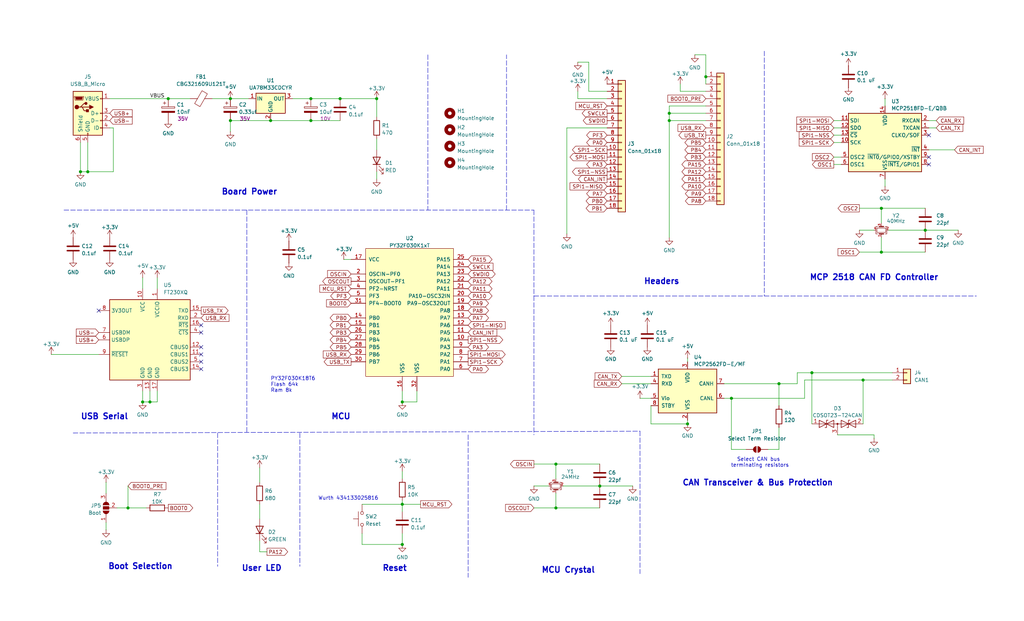
<source format=kicad_sch>
(kicad_sch (version 20231120) (generator "eeschema") (generator_version "8.0")
  (paper "USLegal")
  (title_block (title "py32_canbus_dev") (rev "A") (company "bit-builder.com"))
  (junction (at 107.95 41.91))
  (junction (at 93.98 41.91))
  (junction (at 208.28 168.91))
  (junction (at 130.81 34.29))
  (junction (at 270.51 133.35))
  (junction (at 321.31 80.01))
  (junction (at 139.7 175.26))
  (junction (at 30.48 59.69))
  (junction (at 232.41 39.37))
  (junction (at 193.04 176.53))
  (junction (at 232.41 41.91))
  (junction (at 254 138.43))
  (junction (at 27.94 59.69))
  (junction (at 281.94 129.54))
  (junction (at 245.11 26.67))
  (junction (at 306.07 87.63))
  (junction (at 52.07 139.7))
  (junction (at 44.45 176.53))
  (junction (at 306.07 72.39))
  (junction (at 299.72 132.08))
  (junction (at 107.95 34.29))
  (junction (at 80.01 34.29))
  (junction (at 193.04 161.29))
  (junction (at 49.53 139.7))
  (junction (at 58.42 34.29))
  (junction (at 238.76 147.32))
  (junction (at 80.01 41.91))
  (junction (at 139.7 139.7))
  (junction (at 118.11 34.29))
  (junction (at 139.7 189.23))
  (no_connect (at 69.85 120.65))
  (no_connect (at 69.85 125.73))
  (no_connect (at 322.58 54.61))
  (no_connect (at 69.85 115.57))
  (no_connect (at 69.85 123.19))
  (no_connect (at 69.85 113.03))
  (no_connect (at 69.85 128.27))
  (no_connect (at 322.58 57.15))
  (no_connect (at 322.58 46.99))
  (no_connect (at 34.29 107.95))
  (polyline (pts (xy 75.565 150.495) (xy 75.565 196.85)) (stroke (width 0) (type dash)))
  (wire (pts (xy 298.45 87.63) (xy 306.07 87.63)))
  (wire (pts (xy 93.98 41.91) (xy 107.95 41.91)))
  (wire (pts (xy 44.45 168.91) (xy 44.45 176.53)))
  (wire (pts (xy 241.3 19.05) (xy 245.11 19.05)))
  (wire (pts (xy 322.58 41.91) (xy 325.12 41.91)))
  (wire (pts (xy 17.78 123.19) (xy 34.29 123.19)))
  (wire (pts (xy 193.04 161.29) (xy 193.04 166.37)))
  (polyline (pts (xy 222.25 149.86) (xy 222.25 199.39)) (stroke (width 0) (type dash)))
  (wire (pts (xy 245.11 41.91) (xy 232.41 41.91)))
  (wire (pts (xy 322.58 52.07) (xy 331.47 52.07)))
  (wire (pts (xy 215.9 130.81) (xy 226.06 130.81)))
  (wire (pts (xy 307.34 34.29) (xy 307.34 36.83)))
  (wire (pts (xy 236.22 31.75) (xy 236.22 29.21)))
  (wire (pts (xy 289.56 57.15) (xy 292.1 57.15)))
  (wire (pts (xy 210.82 31.75) (xy 204.47 31.75)))
  (wire (pts (xy 289.56 54.61) (xy 292.1 54.61)))
  (wire (pts (xy 130.81 59.69) (xy 130.81 62.23)))
  (wire (pts (xy 49.53 135.89) (xy 49.53 139.7)))
  (wire (pts (xy 210.82 34.29) (xy 200.66 34.29)))
  (wire (pts (xy 38.1 34.29) (xy 58.42 34.29)))
  (wire (pts (xy 185.42 176.53) (xy 193.04 176.53)))
  (polyline (pts (xy 185.42 102.87) (xy 185.42 151.13)) (stroke (width 0) (type dash)))
  (polyline (pts (xy 25.4 150.495) (xy 222.25 149.86)) (stroke (width 0) (type dash)))
  (wire (pts (xy 73.66 34.29) (xy 80.01 34.29)))
  (wire (pts (xy 125.73 189.23) (xy 139.7 189.23)))
  (wire (pts (xy 139.7 163.83) (xy 139.7 166.37)))
  (wire (pts (xy 193.04 171.45) (xy 193.04 176.53)))
  (wire (pts (xy 245.11 36.83) (xy 232.41 36.83)))
  (wire (pts (xy 52.07 135.89) (xy 52.07 139.7)))
  (wire (pts (xy 107.95 34.29) (xy 118.11 34.29)))
  (wire (pts (xy 144.78 135.89) (xy 144.78 139.7)))
  (wire (pts (xy 289.56 44.45) (xy 292.1 44.45)))
  (wire (pts (xy 49.53 96.52) (xy 49.53 100.33)))
  (wire (pts (xy 144.78 139.7) (xy 139.7 139.7)))
  (wire (pts (xy 193.04 161.29) (xy 208.28 161.29)))
  (wire (pts (xy 289.56 46.99) (xy 292.1 46.99)))
  (wire (pts (xy 54.61 96.52) (xy 54.61 100.33)))
  (wire (pts (xy 208.28 168.91) (xy 219.71 168.91)))
  (wire (pts (xy 289.56 49.53) (xy 292.1 49.53)))
  (wire (pts (xy 245.11 31.75) (xy 236.22 31.75)))
  (wire (pts (xy 139.7 185.42) (xy 139.7 189.23)))
  (polyline (pts (xy 85.725 73.025) (xy 85.725 150.495)) (stroke (width 0) (type dash)))
  (wire (pts (xy 36.83 167.64) (xy 36.83 171.45)))
  (wire (pts (xy 254 156.21) (xy 254 138.43)))
  (wire (pts (xy 270.51 148.59) (xy 270.51 156.21)))
  (wire (pts (xy 54.61 139.7) (xy 52.07 139.7)))
  (wire (pts (xy 222.25 138.43) (xy 226.06 138.43)))
  (wire (pts (xy 101.6 34.29) (xy 107.95 34.29)))
  (wire (pts (xy 90.17 167.64) (xy 90.17 162.56)))
  (polyline (pts (xy 185.42 73.025) (xy 185.42 102.87)) (stroke (width 0) (type dash)))
  (wire (pts (xy 232.41 36.83) (xy 232.41 39.37)))
  (wire (pts (xy 40.64 176.53) (xy 44.45 176.53)))
  (wire (pts (xy 125.73 185.42) (xy 125.73 189.23)))
  (wire (pts (xy 308.61 80.01) (xy 321.31 80.01)))
  (wire (pts (xy 321.31 80.01) (xy 332.74 80.01)))
  (wire (pts (xy 309.88 132.08) (xy 299.72 132.08)))
  (wire (pts (xy 270.51 133.35) (xy 270.51 140.97)))
  (wire (pts (xy 238.76 124.46) (xy 238.76 125.73)))
  (wire (pts (xy 54.61 135.89) (xy 54.61 139.7)))
  (wire (pts (xy 306.07 72.39) (xy 306.07 77.47)))
  (wire (pts (xy 185.42 161.29) (xy 193.04 161.29)))
  (wire (pts (xy 36.83 181.61) (xy 36.83 184.15)))
  (polyline (pts (xy 175.895 73.025) (xy 175.895 19.05)) (stroke (width 0) (type dash)))
  (wire (pts (xy 185.42 168.91) (xy 190.5 168.91)))
  (wire (pts (xy 44.45 176.53) (xy 50.8 176.53)))
  (wire (pts (xy 139.7 135.89) (xy 139.7 139.7)))
  (wire (pts (xy 238.76 146.05) (xy 238.76 147.32)))
  (wire (pts (xy 38.1 44.45) (xy 39.37 44.45)))
  (wire (pts (xy 266.7 156.21) (xy 270.51 156.21)))
  (wire (pts (xy 200.66 31.75) (xy 200.66 34.29)))
  (wire (pts (xy 125.73 175.26) (xy 139.7 175.26)))
  (wire (pts (xy 39.37 44.45) (xy 39.37 59.69)))
  (wire (pts (xy 80.01 41.91) (xy 93.98 41.91)))
  (polyline (pts (xy 265.43 17.78) (xy 265.43 102.87)) (stroke (width 0) (type dash)))
  (wire (pts (xy 232.41 41.91) (xy 232.41 82.55)))
  (wire (pts (xy 30.48 59.69) (xy 27.94 59.69)))
  (wire (pts (xy 215.9 133.35) (xy 226.06 133.35)))
  (wire (pts (xy 245.11 19.05) (xy 245.11 26.67)))
  (wire (pts (xy 90.17 187.96) (xy 90.17 191.77)))
  (wire (pts (xy 259.08 156.21) (xy 254 156.21)))
  (wire (pts (xy 279.4 138.43) (xy 254 138.43)))
  (wire (pts (xy 204.47 21.59) (xy 200.66 21.59)))
  (wire (pts (xy 139.7 173.99) (xy 139.7 175.26)))
  (wire (pts (xy 279.4 132.08) (xy 279.4 138.43)))
  (wire (pts (xy 204.47 31.75) (xy 204.47 21.59)))
  (wire (pts (xy 193.04 176.53) (xy 208.28 176.53)))
  (wire (pts (xy 306.07 82.55) (xy 306.07 87.63)))
  (polyline (pts (xy 22.225 73.025) (xy 185.42 73.025)) (stroke (width 0) (type dash)))
  (wire (pts (xy 299.72 132.08) (xy 299.72 147.32)))
  (wire (pts (xy 90.17 191.77) (xy 92.71 191.77)))
  (wire (pts (xy 195.58 168.91) (xy 208.28 168.91)))
  (wire (pts (xy 210.82 44.45) (xy 196.85 44.45)))
  (wire (pts (xy 196.85 44.45) (xy 196.85 81.28)))
  (wire (pts (xy 119.38 90.17) (xy 121.92 90.17)))
  (polyline (pts (xy 148.59 19.05) (xy 148.59 73.025)) (stroke (width 0) (type dash)))
  (wire (pts (xy 299.72 132.08) (xy 279.4 132.08)))
  (wire (pts (xy 58.42 34.29) (xy 66.04 34.29)))
  (wire (pts (xy 226.06 140.97) (xy 226.06 147.32)))
  (wire (pts (xy 245.11 26.67) (xy 245.11 29.21)))
  (wire (pts (xy 80.01 34.29) (xy 86.36 34.29)))
  (wire (pts (xy 306.07 87.63) (xy 321.31 87.63)))
  (wire (pts (xy 30.48 59.69) (xy 39.37 59.69)))
  (wire (pts (xy 298.45 80.01) (xy 303.53 80.01)))
  (wire (pts (xy 281.94 129.54) (xy 281.94 147.32)))
  (wire (pts (xy 289.56 41.91) (xy 292.1 41.91)))
  (wire (pts (xy 52.07 139.7) (xy 49.53 139.7)))
  (wire (pts (xy 130.81 48.26) (xy 130.81 52.07)))
  (wire (pts (xy 303.53 151.13) (xy 303.53 152.4)))
  (wire (pts (xy 118.11 34.29) (xy 130.81 34.29)))
  (wire (pts (xy 107.95 41.91) (xy 118.11 41.91)))
  (wire (pts (xy 226.06 147.32) (xy 238.76 147.32)))
  (wire (pts (xy 270.51 133.35) (xy 251.46 133.35)))
  (wire (pts (xy 90.17 175.26) (xy 90.17 180.34)))
  (wire (pts (xy 232.41 39.37) (xy 232.41 41.91)))
  (wire (pts (xy 281.94 129.54) (xy 276.86 129.54)))
  (wire (pts (xy 290.83 151.13) (xy 303.53 151.13)))
  (polyline (pts (xy 162.56 151.13) (xy 162.56 200.66)) (stroke (width 0) (type dash)))
  (wire (pts (xy 130.81 34.29) (xy 130.81 40.64)))
  (wire (pts (xy 306.07 72.39) (xy 321.31 72.39)))
  (wire (pts (xy 307.34 62.23) (xy 307.34 64.77)))
  (wire (pts (xy 309.88 129.54) (xy 281.94 129.54)))
  (wire (pts (xy 298.45 72.39) (xy 306.07 72.39)))
  (wire (pts (xy 245.11 39.37) (xy 232.41 39.37)))
  (wire (pts (xy 139.7 175.26) (xy 146.05 175.26)))
  (wire (pts (xy 30.48 49.53) (xy 30.48 59.69)))
  (wire (pts (xy 322.58 44.45) (xy 325.12 44.45)))
  (wire (pts (xy 276.86 129.54) (xy 276.86 133.35)))
  (polyline (pts (xy 104.14 150.495) (xy 104.14 196.85)) (stroke (width 0) (type dash)))
  (wire (pts (xy 139.7 175.26) (xy 139.7 177.8)))
  (polyline (pts (xy 185.42 102.87) (xy 339.09 102.87)) (stroke (width 0) (type dash)))
  (wire (pts (xy 276.86 133.35) (xy 270.51 133.35)))
  (wire (pts (xy 27.94 59.69) (xy 27.94 49.53)))
  (wire (pts (xy 80.01 45.72) (xy 80.01 41.91)))
  (wire (pts (xy 254 138.43) (xy 251.46 138.43)))
  (text "Select CAN bus \nterminating resistors" (at 263.906 160.782 0) (effects (font (size 1.27 1.27))))
  (text "Headers" (at 223.52 99.06 0) (effects (font (size 2 2) (thickness 0.4) (bold yes)) (justify left bottom)))
  (text "Boot Selection" (at 37.465 198.12 0) (effects (font (size 2 2) (thickness 0.4) (bold yes)) (justify left bottom)))
  (text "MCU Crystal" (at 187.96 199.39 0) (effects (font (size 2 2) (thickness 0.4) (bold yes)) (justify left bottom)))
  (text "Reset" (at 132.715 198.755 0) (effects (font (size 2 2) (thickness 0.4) (bold yes)) (justify left bottom)))
  (text "MCP 2518 CAN FD Controller" (at 303.53 96.52 0) (effects (font (size 2 2) (bold yes))))
  (text "MCU" (at 114.935 146.05 0) (effects (font (size 2 2) (thickness 0.4) (bold yes)) (justify left bottom)))
  (text "USB Serial" (at 27.94 146.05 0) (effects (font (size 2 2) (thickness 0.4) (bold yes)) (justify left bottom)))
  (text "Wurth 434133025816" (at 110.49 173.99 0) (effects (font (size 1.27 1.27)) (justify left bottom)))
  (text "CAN Transceiver & Bus Protection" (at 263.144 167.894 0) (effects (font (size 2 2) (bold yes))))
  (text "PY32F030K18T6\nFlash 64k\nRam 8k" (at 93.98 136.525 0) (effects (font (size 1.27 1.27)) (justify left bottom)))
  (text "Board Power" (at 76.835 67.945 0) (effects (font (size 2 2) (thickness 0.4) (bold yes)) (justify left bottom)))
  (text "User LED" (at 83.82 198.755 0) (effects (font (size 2 2) (thickness 0.4) (bold yes)) (justify left bottom)))
  (label "VBUS" (at 52.07 34.29 0))
  (global_label "PA15" (shape bidirectional) (at 245.11 57.15 180) (property "Intersheetrefs" "${INTERSHEET_REFS}" (effects (hide yes))))
  (global_label "PA10" (shape bidirectional) (at 245.11 64.77 180) (property "Intersheetrefs" "${INTERSHEET_REFS}" (effects (hide yes))))
  (global_label "SPI1-MISO" (shape input) (at 162.56 113.03 0) (property "Intersheetrefs" "${INTERSHEET_REFS}" (effects (hide yes))))
  (global_label "OSC1" (shape input) (at 298.45 87.63 180) (property "Intersheetrefs" "${INTERSHEET_REFS}" (effects (hide yes))))
  (global_label "USB_RX" (shape input) (at 121.92 123.19 180) (property "Intersheetrefs" "${INTERSHEET_REFS}" (effects (hide yes))))
  (global_label "OSCOUT" (shape output) (at 121.92 97.79 180) (property "Intersheetrefs" "${INTERSHEET_REFS}" (effects (hide yes))))
  (global_label "SPI1-SCK" (shape output) (at 210.82 52.07 180) (property "Intersheetrefs" "${INTERSHEET_REFS}" (effects (hide yes))))
  (global_label "PA9" (shape bidirectional) (at 162.56 105.41 0) (property "Intersheetrefs" "${INTERSHEET_REFS}" (effects (hide yes))))
  (global_label "CAN_INT" (shape input) (at 162.56 115.57 0) (property "Intersheetrefs" "${INTERSHEET_REFS}" (effects (hide yes))))
  (global_label "PA3" (shape bidirectional) (at 162.56 120.65 0) (property "Intersheetrefs" "${INTERSHEET_REFS}" (effects (hide yes))))
  (global_label "USB_TX" (shape output) (at 69.85 107.95 0) (property "Intersheetrefs" "${INTERSHEET_REFS}" (effects (hide yes))))
  (global_label "SPI1-NSS" (shape output) (at 162.56 118.11 0) (property "Intersheetrefs" "${INTERSHEET_REFS}" (effects (hide yes))))
  (global_label "MCU_RST" (shape input) (at 121.92 100.33 180) (property "Intersheetrefs" "${INTERSHEET_REFS}" (effects (hide yes))))
  (global_label "OSC2" (shape output) (at 298.45 72.39 180) (property "Intersheetrefs" "${INTERSHEET_REFS}" (effects (hide yes))))
  (global_label "PA12" (shape output) (at 92.71 191.77 0) (property "Intersheetrefs" "${INTERSHEET_REFS}" (effects (hide yes))))
  (global_label "PA3" (shape bidirectional) (at 210.82 57.15 180) (property "Intersheetrefs" "${INTERSHEET_REFS}" (effects (hide yes))))
  (global_label "USB_RX" (shape input) (at 69.85 110.49 0) (property "Intersheetrefs" "${INTERSHEET_REFS}" (effects (hide yes))))
  (global_label "CAN_RX" (shape input) (at 215.9 133.35 180) (property "Intersheetrefs" "${INTERSHEET_REFS}" (effects (hide yes))))
  (global_label "SPI1-MOSI" (shape output) (at 210.82 54.61 180) (property "Intersheetrefs" "${INTERSHEET_REFS}" (effects (hide yes))))
  (global_label "SPI1-MOSI" (shape output) (at 162.56 123.19 0) (property "Intersheetrefs" "${INTERSHEET_REFS}" (effects (hide yes))))
  (global_label "USB+" (shape input) (at 34.29 118.11 180) (property "Intersheetrefs" "${INTERSHEET_REFS}" (effects (hide yes))))
  (global_label "OSC2" (shape input) (at 289.56 54.61 180) (property "Intersheetrefs" "${INTERSHEET_REFS}" (effects (hide yes))))
  (global_label "PA0" (shape bidirectional) (at 210.82 49.53 180) (property "Intersheetrefs" "${INTERSHEET_REFS}" (effects (hide yes))))
  (global_label "SPI1-NSS" (shape output) (at 210.82 59.69 180) (property "Intersheetrefs" "${INTERSHEET_REFS}" (effects (hide yes))))
  (global_label "USB_TX" (shape output) (at 121.92 125.73 180) (property "Intersheetrefs" "${INTERSHEET_REFS}" (effects (hide yes))))
  (global_label "PA10" (shape bidirectional) (at 162.56 102.87 0) (property "Intersheetrefs" "${INTERSHEET_REFS}" (effects (hide yes))))
  (global_label "SPI1-SCK" (shape input) (at 289.56 49.53 180) (property "Intersheetrefs" "${INTERSHEET_REFS}" (effects (hide yes))))
  (global_label "CAN_INT" (shape input) (at 331.47 52.07 0) (property "Intersheetrefs" "${INTERSHEET_REFS}" (effects (hide yes))))
  (global_label "PB4" (shape bidirectional) (at 121.92 118.11 180) (property "Intersheetrefs" "${INTERSHEET_REFS}" (effects (hide yes))))
  (global_label "PA0" (shape bidirectional) (at 162.56 128.27 0) (property "Intersheetrefs" "${INTERSHEET_REFS}" (effects (hide yes))))
  (global_label "BOOT0" (shape input) (at 121.92 105.41 180) (property "Intersheetrefs" "${INTERSHEET_REFS}" (effects (hide yes))))
  (global_label "BOOT0_PRE" (shape input) (at 245.11 34.29 180) (property "Intersheetrefs" "${INTERSHEET_REFS}" (effects (hide yes))))
  (global_label "PB1" (shape bidirectional) (at 210.82 72.39 180) (property "Intersheetrefs" "${INTERSHEET_REFS}" (effects (hide yes))))
  (global_label "CAN_RX" (shape input) (at 325.12 41.91 0) (property "Intersheetrefs" "${INTERSHEET_REFS}" (effects (hide yes))))
  (global_label "PB0" (shape bidirectional) (at 121.92 110.49 180) (property "Intersheetrefs" "${INTERSHEET_REFS}" (effects (hide yes))))
  (global_label "PF3" (shape bidirectional) (at 121.92 102.87 180) (property "Intersheetrefs" "${INTERSHEET_REFS}" (effects (hide yes))))
  (global_label "PB3" (shape bidirectional) (at 121.92 115.57 180) (property "Intersheetrefs" "${INTERSHEET_REFS}" (effects (hide yes))))
  (global_label "OSCOUT" (shape input) (at 185.42 176.53 180) (property "Intersheetrefs" "${INTERSHEET_REFS}" (effects (hide yes))))
  (global_label "PA9" (shape bidirectional) (at 245.11 67.31 180) (property "Intersheetrefs" "${INTERSHEET_REFS}" (effects (hide yes))))
  (global_label "SPI1-NSS" (shape input) (at 289.56 46.99 180) (property "Intersheetrefs" "${INTERSHEET_REFS}" (effects (hide yes))))
  (global_label "PA12" (shape bidirectional) (at 162.56 97.79 0) (property "Intersheetrefs" "${INTERSHEET_REFS}" (effects (hide yes))))
  (global_label "PB4" (shape bidirectional) (at 245.11 52.07 180) (property "Intersheetrefs" "${INTERSHEET_REFS}" (effects (hide yes))))
  (global_label "PA8" (shape bidirectional) (at 245.11 69.85 180) (property "Intersheetrefs" "${INTERSHEET_REFS}" (effects (hide yes))))
  (global_label "PB3" (shape bidirectional) (at 245.11 54.61 180) (property "Intersheetrefs" "${INTERSHEET_REFS}" (effects (hide yes))))
  (global_label "PA11" (shape bidirectional) (at 162.56 100.33 0) (property "Intersheetrefs" "${INTERSHEET_REFS}" (effects (hide yes))))
  (global_label "SWCLK" (shape output) (at 210.82 39.37 180) (property "Intersheetrefs" "${INTERSHEET_REFS}" (effects (hide yes))))
  (global_label "CAN_TX" (shape input) (at 215.9 130.81 180) (property "Intersheetrefs" "${INTERSHEET_REFS}" (effects (hide yes))))
  (global_label "USB+" (shape input) (at 38.1 39.37 0) (property "Intersheetrefs" "${INTERSHEET_REFS}" (effects (hide yes))))
  (global_label "USB_RX" (shape input) (at 245.11 44.45 180) (property "Intersheetrefs" "${INTERSHEET_REFS}" (effects (hide yes))))
  (global_label "PA8" (shape bidirectional) (at 162.56 107.95 0) (property "Intersheetrefs" "${INTERSHEET_REFS}" (effects (hide yes))))
  (global_label "SWCLK" (shape input) (at 162.56 92.71 0) (property "Intersheetrefs" "${INTERSHEET_REFS}" (effects (hide yes))))
  (global_label "OSC1" (shape output) (at 289.56 57.15 180) (property "Intersheetrefs" "${INTERSHEET_REFS}" (effects (hide yes))))
  (global_label "SWDIO" (shape bidirectional) (at 162.56 95.25 0) (property "Intersheetrefs" "${INTERSHEET_REFS}" (effects (hide yes))))
  (global_label "SPI1-MISO" (shape input) (at 210.82 64.77 180) (property "Intersheetrefs" "${INTERSHEET_REFS}" (effects (hide yes))))
  (global_label "PB1" (shape bidirectional) (at 121.92 113.03 180) (property "Intersheetrefs" "${INTERSHEET_REFS}" (effects (hide yes))))
  (global_label "SPI1-MISO" (shape input) (at 289.56 44.45 180) (property "Intersheetrefs" "${INTERSHEET_REFS}" (effects (hide yes))))
  (global_label "USB-" (shape input) (at 34.29 115.57 180) (property "Intersheetrefs" "${INTERSHEET_REFS}" (effects (hide yes))))
  (global_label "MCU_RST" (shape output) (at 146.05 175.26 0) (property "Intersheetrefs" "${INTERSHEET_REFS}" (effects (hide yes))))
  (global_label "PA7" (shape bidirectional) (at 162.56 110.49 0) (property "Intersheetrefs" "${INTERSHEET_REFS}" (effects (hide yes))))
  (global_label "PF3" (shape bidirectional) (at 210.82 46.99 180) (property "Intersheetrefs" "${INTERSHEET_REFS}" (effects (hide yes))))
  (global_label "USB_TX" (shape output) (at 245.11 46.99 180) (property "Intersheetrefs" "${INTERSHEET_REFS}" (effects (hide yes))))
  (global_label "PA7" (shape bidirectional) (at 210.82 67.31 180) (property "Intersheetrefs" "${INTERSHEET_REFS}" (effects (hide yes))))
  (global_label "SPI1-SCK" (shape output) (at 162.56 125.73 0) (property "Intersheetrefs" "${INTERSHEET_REFS}" (effects (hide yes))))
  (global_label "SPI1-MOSI" (shape input) (at 289.56 41.91 180) (property "Intersheetrefs" "${INTERSHEET_REFS}" (effects (hide yes))))
  (global_label "PB5" (shape bidirectional) (at 245.11 49.53 180) (property "Intersheetrefs" "${INTERSHEET_REFS}" (effects (hide yes))))
  (global_label "PB0" (shape bidirectional) (at 210.82 69.85 180) (property "Intersheetrefs" "${INTERSHEET_REFS}" (effects (hide yes))))
  (global_label "BOOT0" (shape output) (at 58.42 176.53 0) (property "Intersheetrefs" "${INTERSHEET_REFS}" (effects (hide yes))))
  (global_label "CAN_TX" (shape input) (at 325.12 44.45 0) (property "Intersheetrefs" "${INTERSHEET_REFS}" (effects (hide yes))))
  (global_label "BOOT0_PRE" (shape input) (at 44.45 168.91 0) (property "Intersheetrefs" "${INTERSHEET_REFS}" (effects (hide yes))))
  (global_label "SWDIO" (shape output) (at 210.82 41.91 180) (property "Intersheetrefs" "${INTERSHEET_REFS}" (effects (hide yes))))
  (global_label "USB-" (shape input) (at 38.1 41.91 0) (property "Intersheetrefs" "${INTERSHEET_REFS}" (effects (hide yes))))
  (global_label "PA12" (shape bidirectional) (at 245.11 59.69 180) (property "Intersheetrefs" "${INTERSHEET_REFS}" (effects (hide yes))))
  (global_label "PA11" (shape bidirectional) (at 245.11 62.23 180) (property "Intersheetrefs" "${INTERSHEET_REFS}" (effects (hide yes))))
  (global_label "CAN_INT" (shape output) (at 210.82 62.23 180) (property "Intersheetrefs" "${INTERSHEET_REFS}" (effects (hide yes))))
  (global_label "OSCIN" (shape input) (at 121.92 95.25 180) (property "Intersheetrefs" "${INTERSHEET_REFS}" (effects (hide yes))))
  (global_label "OSCIN" (shape output) (at 185.42 161.29 180) (property "Intersheetrefs" "${INTERSHEET_REFS}" (effects (hide yes))))
  (global_label "MCU_RST" (shape input) (at 210.82 36.83 180) (property "Intersheetrefs" "${INTERSHEET_REFS}" (effects (hide yes))))
  (global_label "PB5" (shape bidirectional) (at 121.92 120.65 180) (property "Intersheetrefs" "${INTERSHEET_REFS}" (effects (hide yes))))
  (global_label "PA15" (shape bidirectional) (at 162.56 90.17 0) (property "Intersheetrefs" "${INTERSHEET_REFS}" (effects (hide yes))))
  (symbol (lib_id "Device:R") (at 139.7 170.18 0) (unit 1)
    (property "Reference" "R5" (at 141.478 169.3453 0) (effects (justify left)))
    (property "Value" "10K" (at 141.478 171.8822 0) (effects (justify left)))
    (property "Footprint" "Resistor_SMD:R_0603_1608Metric" (effects (hide yes)))
    (property "Description" "Resistor" (effects (hide yes)))
  )
  (symbol (lib_id "power:+3.3V") (at 36.83 167.64 0) (unit 1)
    (property "Reference" "#PWR0107" (effects (hide yes)))
    (property "Value" "+3.3V" (at 36.83 164.0642 0))
    (property "Description" "Power symbol creates a global label with name \"+3.3V\"" (effects (hide yes)))
  )
  (symbol (lib_id "Device:Crystal_GND24_Small") (at 306.07 80.01 90) (unit 1)
    (property "Reference" "Y2" (at 312.42 74.93 90) (effects (justify left)))
    (property "Value" "40MHz" (at 314.325 76.835 90) (effects (justify left)))
    (property "Footprint" "Crystal:Crystal_SMD_TXC_7M-4Pin_3.2x2.5mm" (effects (hide yes)))
    (property "Description" "Four pin crystal, GND on pins 2 and 4, small symbol" (effects (hide yes)))
  )
  (symbol (lib_id "power:GND") (at 49.53 139.7 0) (unit 1)
    (property "Reference" "#PWR011" (effects (hide yes)))
    (property "Value" "GND" (at 49.53 144.1434 0))
    (property "Description" "Power symbol creates a global label with name \"GND\" , ground" (effects (hide yes)))
  )
  (symbol (lib_id "power:+3.3V") (at 54.61 96.52 0) (unit 1)
    (property "Reference" "#PWR010" (effects (hide yes)))
    (property "Value" "+3.3V" (at 54.61 92.9442 0))
    (property "Description" "Power symbol creates a global label with name \"+3.3V\"" (effects (hide yes)))
  )
  (symbol (lib_id "power:GND") (at 130.81 62.23 0) (unit 1)
    (property "Reference" "#PWR0109" (effects (hide yes)))
    (property "Value" "GND" (at 130.81 66.6734 0))
    (property "Description" "Power symbol creates a global label with name \"GND\" , ground" (effects (hide yes)))
  )
  (symbol (lib_id "power:GND") (at 224.79 120.65 0) (unit 1)
    (property "Reference" "#PWR015" (effects (hide yes)))
    (property "Value" "GND" (at 224.79 124.7831 0))
    (property "Description" "Power symbol creates a global label with name \"GND\" , ground" (effects (hide yes)))
  )
  (symbol (lib_id "Device:R") (at 270.51 144.78 0) (unit 1)
    (property "Reference" "R4" (at 272.288 143.5678 0) (effects (justify left)))
    (property "Value" "120" (at 272.288 145.9921 0) (effects (justify left)))
    (property "Footprint" "Resistor_SMD:R_1206_3216Metric" (effects (hide yes)))
    (property "Description" "Resistor" (effects (hide yes)))
  )
  (symbol (lib_id "Device:FerriteBead") (at 69.85 34.29 90) (unit 1)
    (property "Reference" "FB1" (at 69.7992 26.67 90))
    (property "Value" "CBG321609U121T" (at 69.7992 29.21 90))
    (property "Footprint" "Inductor_SMD:L_1206_3216Metric" (effects (hide yes)))
    (property "Description" "Ferrite bead" (effects (hide yes)))
  )
  (symbol (lib_id "power:GND") (at 212.09 120.65 0) (unit 1)
    (property "Reference" "#PWR09" (effects (hide yes)))
    (property "Value" "GND" (at 212.09 124.7831 0))
    (property "Description" "Power symbol creates a global label with name \"GND\" , ground" (effects (hide yes)))
  )
  (symbol (lib_id "power:GND") (at 139.7 139.7 0) (unit 1)
    (property "Reference" "#PWR0110" (effects (hide yes)))
    (property "Value" "GND" (at 139.7 144.1434 0))
    (property "Description" "Power symbol creates a global label with name \"GND\" , ground" (effects (hide yes)))
  )
  (symbol (lib_id "Device:C") (at 139.7 181.61 0) (unit 1)
    (property "Reference" "C11" (at 142.621 180.7753 0) (effects (justify left)))
    (property "Value" "0.1uf" (at 142.621 183.3122 0) (effects (justify left)))
    (property "Footprint" "Capacitor_SMD:C_0603_1608Metric" (effects (hide yes)))
    (property "Description" "Unpolarized capacitor" (effects (hide yes)))
  )
  (symbol (lib_id "power:GND") (at 196.85 81.28 0) (unit 1)
    (property "Reference" "#PWR0113" (effects (hide yes)))
    (property "Value" "GND" (at 196.85 85.7234 0))
    (property "Description" "Power symbol creates a global label with name \"GND\" , ground" (effects (hide yes)))
  )
  (symbol (lib_id "power:+5V") (at 25.4 82.55 0) (unit 1)
    (property "Reference" "#PWR06" (effects (hide yes)))
    (property "Value" "+5V" (at 25.4 78.4169 0))
    (property "Description" "Power symbol creates a global label with name \"+5V\"" (effects (hide yes)))
  )
  (symbol (lib_id "Device:C") (at 118.11 38.1 0) (unit 1)
    (property "Reference" "C4" (at 121.031 37.2653 0) (effects (justify left)))
    (property "Value" "0.1uf" (at 121.031 39.8022 0) (effects (justify left)))
    (property "Footprint" "Capacitor_SMD:C_0603_1608Metric" (effects (hide yes)))
    (property "Description" "Unpolarized capacitor" (effects (hide yes)))
  )
  (symbol (lib_id "power:GND") (at 298.45 80.01 0) (unit 1)
    (property "Reference" "#PWR024" (effects (hide yes)))
    (property "Value" "GND" (at 298.45 84.4534 0))
    (property "Description" "Power symbol creates a global label with name \"GND\" , ground" (effects (hide yes)))
  )
  (symbol (lib_id "Device:C_Polarized") (at 58.42 38.1 0) (unit 1)
    (property "Reference" "C1" (at 61.341 36.3763 0) (effects (justify left)))
    (property "Value" "10nF" (at 61.341 38.9132 0) (effects (justify left)))
    (property "Footprint" "Capacitor_Tantalum_SMD:CP_EIA-3216-18_Kemet-A_Pad1.58x1.35mm_HandSolder" (effects (hide yes)))
    (property "Description" "Polarized capacitor" (effects (hide yes)))
    (property "Voltage" "35V" (at 61.595 41.275 0) (effects (justify left)))
  )
  (symbol (lib_id "power:+3.3V") (at 200.66 31.75 0) (unit 1)
    (property "Reference" "#PWR0127" (effects (hide yes)))
    (property "Value" "+3.3V" (at 200.66 28.1742 0))
    (property "Description" "Power symbol creates a global label with name \"+3.3V\"" (effects (hide yes)))
  )
  (symbol (lib_id "power:GND") (at 232.41 82.55 0) (unit 1)
    (property "Reference" "#PWR0114" (effects (hide yes)))
    (property "Value" "GND" (at 232.41 86.9934 0))
    (property "Description" "Power symbol creates a global label with name \"GND\" , ground" (effects (hide yes)))
  )
  (symbol (lib_id "Mechanical:MountingHole") (at 156.21 39.37 0) (unit 1)
    (property "Reference" "H1" (at 158.75 38.5353 0) (effects (justify left)))
    (property "Value" "MountingHole" (at 158.75 41.0722 0) (effects (justify left)))
    (property "Footprint" "MountingHole:MountingHole_2.5mm_Pad" (effects (hide yes)))
    (property "Description" "Mounting Hole without connection" (effects (hide yes)))
  )
  (symbol (lib_id "Mechanical:MountingHole") (at 156.21 56.515 0) (unit 1)
    (property "Reference" "H4" (at 158.75 55.6803 0) (effects (justify left)))
    (property "Value" "MountingHole" (at 158.75 58.2172 0) (effects (justify left)))
    (property "Footprint" "MountingHole:MountingHole_2.5mm_Pad" (effects (hide yes)))
    (property "Description" "Mounting Hole without connection" (effects (hide yes)))
  )
  (symbol (lib_id "power:+3.3V") (at 130.81 34.29 0) (unit 1)
    (property "Reference" "#PWR0111" (effects (hide yes)))
    (property "Value" "+3.3V" (at 130.81 30.7142 0))
    (property "Description" "Power symbol creates a global label with name \"+3.3V\"" (effects (hide yes)))
  )
  (symbol (lib_id "power:+3.3V") (at 90.17 162.56 0) (unit 1)
    (property "Reference" "#PWR0104" (effects (hide yes)))
    (property "Value" "+3.3V" (at 90.17 158.9842 0))
    (property "Description" "Power symbol creates a global label with name \"+3.3V\"" (effects (hide yes)))
  )
  (symbol (lib_id "Device:C") (at 25.4 86.36 0) (unit 1)
    (property "Reference" "C12" (at 28.321 85.5253 0) (effects (justify left)))
    (property "Value" "0.1uf" (at 28.321 88.0622 0) (effects (justify left)))
    (property "Footprint" "Capacitor_SMD:C_0603_1608Metric" (effects (hide yes)))
    (property "Description" "Unpolarized capacitor" (effects (hide yes)))
  )
  (symbol (lib_id "power:GND") (at 58.42 41.91 0) (unit 1)
    (property "Reference" "#PWR0120" (effects (hide yes)))
    (property "Value" "GND" (at 58.42 46.3534 0))
    (property "Description" "Power symbol creates a global label with name \"GND\" , ground" (effects (hide yes)))
  )
  (symbol (lib_id "Diode:SM712_SOT23") (at 290.83 147.32 0) (unit 1)
    (property "Reference" "D3" (at 290.83 141.9309 0))
    (property "Value" "CDSOT23-T24CAN" (at 290.83 144.3552 0))
    (property "Footprint" "Package_TO_SOT_SMD:SOT-23" (effects (hide yes)))
    (property "Datasheet" "https://www.littelfuse.com/~/media/electronics/datasheets/tvs_diode_arrays/littelfuse_tvs_diode_array_sm712_datasheet.pdf.pdf" (effects (hide yes)))
    (property "Description" "7V/12V, 600W Asymmetrical TVS Diode Array, SOT-23" (effects (hide yes)))
  )
  (symbol (lib_id "Device:R") (at 130.81 44.45 0) (unit 1)
    (property "Reference" "R1" (at 132.588 43.6153 0) (effects (justify left)))
    (property "Value" "470" (at 132.588 46.1522 0) (effects (justify left)))
    (property "Footprint" "Resistor_SMD:R_0603_1608Metric" (effects (hide yes)))
    (property "Description" "Resistor" (effects (hide yes)))
  )
  (symbol (lib_id "power:+3.3V") (at 294.64 22.86 0) (unit 1)
    (property "Reference" "#PWR02" (effects (hide yes)))
    (property "Value" "+3.3V" (at 294.64 18.7269 0))
    (property "Description" "Power symbol creates a global label with name \"+3.3V\"" (effects (hide yes)))
  )
  (symbol (lib_id "power:GND") (at 241.3 19.05 0) (unit 1)
    (property "Reference" "#PWR0126" (effects (hide yes)))
    (property "Value" "GND" (at 241.3 23.4934 0))
    (property "Description" "Power symbol creates a global label with name \"GND\" , ground" (effects (hide yes)))
  )
  (symbol (lib_id "power:GND") (at 38.1 90.17 0) (unit 1)
    (property "Reference" "#PWR021" (effects (hide yes)))
    (property "Value" "GND" (at 38.1 94.6134 0))
    (property "Description" "Power symbol creates a global label with name \"GND\" , ground" (effects (hide yes)))
  )
  (symbol (lib_id "power:+3.3V") (at 38.1 82.55 0) (unit 1)
    (property "Reference" "#PWR019" (effects (hide yes)))
    (property "Value" "+3.3V" (at 38.1 78.9742 0))
    (property "Description" "Power symbol creates a global label with name \"+3.3V\"" (effects (hide yes)))
  )
  (symbol (lib_id "power:+3.3V") (at 222.25 138.43 0) (unit 1)
    (property "Reference" "#PWR012" (effects (hide yes)))
    (property "Value" "+3.3V" (at 222.25 134.2969 0))
    (property "Description" "Power symbol creates a global label with name \"+3.3V\"" (effects (hide yes)))
  )
  (symbol (lib_id "power:+5V") (at 210.82 29.21 0) (unit 1)
    (property "Reference" "#PWR026" (effects (hide yes)))
    (property "Value" "+5V" (at 210.82 25.0769 0))
    (property "Description" "Power symbol creates a global label with name \"+5V\"" (effects (hide yes)))
  )
  (symbol (lib_id "Device:R") (at 90.17 171.45 0) (unit 1)
    (property "Reference" "R6" (at 91.948 170.6153 0) (effects (justify left)))
    (property "Value" "680" (at 91.948 173.1522 0) (effects (justify left)))
    (property "Footprint" "Resistor_SMD:R_0603_1608Metric" (effects (hide yes)))
    (property "Description" "Resistor" (effects (hide yes)))
  )
  (symbol (lib_id "MCU_Puya:PY32F030K1xT") (at 142.24 85.09 0) (unit 1)
    (property "Reference" "U2" (at 142.24 82.7872 0))
    (property "Value" "PY32F030K1xT" (at 142.24 85.3241 0))
    (property "Footprint" "Package_QFP:LQFP-32_7x7mm_P0.8mm" (effects (hide yes)))
    (property "Description" "32-bit ARM Cortex-M0+ microcontroller" (effects (hide yes)))
  )
  (symbol (lib_id "power:+3.3V") (at 236.22 29.21 0) (unit 1)
    (property "Reference" "#PWR0124" (effects (hide yes)))
    (property "Value" "+3.3V" (at 236.22 25.6342 0))
    (property "Description" "Power symbol creates a global label with name \"+3.3V\"" (effects (hide yes)))
  )
  (symbol (lib_id "Device:C") (at 100.33 87.63 0) (unit 1)
    (property "Reference" "C5" (at 103.251 86.7953 0) (effects (justify left)))
    (property "Value" "0.1uf" (at 103.251 89.3322 0) (effects (justify left)))
    (property "Footprint" "Capacitor_SMD:C_0603_1608Metric" (effects (hide yes)))
    (property "Description" "Unpolarized capacitor" (effects (hide yes)))
  )
  (symbol (lib_id "power:GND") (at 303.53 152.4 0) (unit 1)
    (property "Reference" "#PWR020" (effects (hide yes)))
    (property "Value" "GND" (at 303.53 156.5331 0))
    (property "Description" "Power symbol creates a global label with name \"GND\" , ground" (effects (hide yes)))
  )
  (symbol (lib_id "power:GND") (at 100.33 91.44 0) (unit 1)
    (property "Reference" "#PWR0119" (effects (hide yes)))
    (property "Value" "GND" (at 100.33 95.8834 0))
    (property "Description" "Power symbol creates a global label with name \"GND\" , ground" (effects (hide yes)))
  )
  (symbol (lib_id "Device:C") (at 321.31 76.2 0) (unit 1)
    (property "Reference" "C8" (at 325.12 74.9299 0) (effects (justify left)))
    (property "Value" "22pf" (at 325.12 77.4699 0) (effects (justify left)))
    (property "Footprint" "Capacitor_SMD:C_0603_1608Metric" (effects (hide yes)))
    (property "Description" "Unpolarized capacitor" (effects (hide yes)))
  )
  (symbol (lib_id "Interface_CAN_LIN:MCP2562-E-SN") (at 238.76 135.89 0) (unit 1)
    (property "Reference" "U4" (at 240.9541 124.1255 0) (effects (justify left)))
    (property "Value" "MCP2562FD-E/MF" (at 240.9541 126.5498 0) (effects (justify left)))
    (property "Footprint" "Custom:MICROCHIP-DFN-3x3x0.9mm-8P" (effects (hide yes)))
    (property "Datasheet" "http://ww1.microchip.com/downloads/en/DeviceDoc/25167A.pdf" (effects (hide yes)))
    (property "Description" "High-Speed CAN Transceiver, 1Mbps, 5V supply, Vio pin, -40C to +125C, SOIC-8" (effects (hide yes)))
  )
  (symbol (lib_id "power:GND") (at 36.83 184.15 0) (unit 1)
    (property "Reference" "#PWR0106" (effects (hide yes)))
    (property "Value" "GND" (at 36.83 188.5934 0))
    (property "Description" "Power symbol creates a global label with name \"GND\" , ground" (effects (hide yes)))
  )
  (symbol (lib_id "power:+3.3V") (at 119.38 90.17 0) (unit 1)
    (property "Reference" "#PWR0117" (effects (hide yes)))
    (property "Value" "+3.3V" (at 119.38 86.5942 0))
    (property "Description" "Power symbol creates a global label with name \"+3.3V\"" (effects (hide yes)))
  )
  (symbol (lib_id "Connector_Generic:Conn_01x18") (at 250.19 46.99 0) (unit 1)
    (property "Reference" "J2" (at 252.222 47.4253 0) (effects (justify left)))
    (property "Value" "Conn_01x18" (at 252.222 49.9622 0) (effects (justify left)))
    (property "Footprint" "Connector_PinHeader_2.54mm:PinHeader_1x18_P2.54mm_Vertical" (effects (hide yes)))
    (property "Description" "Generic connector, single row, 01x18, script generated (kicad-library-utils/schlib/autogen/connector/)" (effects (hide yes)))
  )
  (symbol (lib_id "power:GND") (at 332.74 80.01 0) (unit 1)
    (property "Reference" "#PWR025" (effects (hide yes)))
    (property "Value" "GND" (at 332.74 84.4534 0))
    (property "Description" "Power symbol creates a global label with name \"GND\" , ground" (effects (hide yes)))
  )
  (symbol (lib_id "power:GND") (at 25.4 90.17 0) (unit 1)
    (property "Reference" "#PWR07" (effects (hide yes)))
    (property "Value" "GND" (at 25.4 94.6134 0))
    (property "Description" "Power symbol creates a global label with name \"GND\" , ground" (effects (hide yes)))
  )
  (symbol (lib_id "Device:C_Polarized") (at 80.01 38.1 0) (unit 1)
    (property "Reference" "C2" (at 82.931 36.3763 0) (effects (justify left)))
    (property "Value" "0.33uf" (at 82.931 38.9132 0) (effects (justify left)))
    (property "Footprint" "Capacitor_Tantalum_SMD:CP_EIA-3216-18_Kemet-A_Pad1.58x1.35mm_HandSolder" (effects (hide yes)))
    (property "Description" "Polarized capacitor" (effects (hide yes)))
    (property "Voltage" "35V" (at 83.185 41.275 0) (effects (justify left)))
  )
  (symbol (lib_id "power:+5V") (at 224.79 113.03 0) (unit 1)
    (property "Reference" "#PWR014" (effects (hide yes)))
    (property "Value" "+5V" (at 224.79 108.8969 0))
    (property "Description" "Power symbol creates a global label with name \"+5V\"" (effects (hide yes)))
  )
  (symbol (lib_id "Jumper:SolderJumper_3_Open") (at 36.83 176.53 90) (unit 1)
    (property "Reference" "JP5" (at 35.179 175.6953 90) (effects (justify left)))
    (property "Value" "Boot" (at 35.179 178.2322 90) (effects (justify left)))
    (property "Footprint" "Jumper:SolderJumper-3_P1.3mm_Open_Pad1.0x1.5mm_NumberLabels" (effects (hide yes)))
    (property "Description" "Solder Jumper, 3-pole, open" (effects (hide yes)))
  )
  (symbol (lib_id "power:GND") (at 80.01 45.72 0) (unit 1)
    (property "Reference" "#PWR0122" (effects (hide yes)))
    (property "Value" "GND" (at 80.01 50.1634 0))
    (property "Description" "Power symbol creates a global label with name \"GND\" , ground" (effects (hide yes)))
  )
  (symbol (lib_id "power:+3.3V") (at 307.34 34.29 0) (unit 1)
    (property "Reference" "#PWR04" (effects (hide yes)))
    (property "Value" "+3.3V" (at 307.34 30.1569 0))
    (property "Description" "Power symbol creates a global label with name \"+3.3V\"" (effects (hide yes)))
  )
  (symbol (lib_id "Connector_Generic:Conn_01x18") (at 215.9 49.53 0) (unit 1)
    (property "Reference" "J3" (at 217.932 49.9653 0) (effects (justify left)))
    (property "Value" "Conn_01x18" (at 217.932 52.5022 0) (effects (justify left)))
    (property "Footprint" "Connector_PinHeader_2.54mm:PinHeader_1x18_P2.54mm_Vertical" (effects (hide yes)))
    (property "Description" "Generic connector, single row, 01x18, script generated (kicad-library-utils/schlib/autogen/connector/)" (effects (hide yes)))
  )
  (symbol (lib_id "Switch:SW_Push") (at 125.73 180.34 90) (unit 1)
    (property "Reference" "SW2" (at 126.873 179.5053 90) (effects (justify right)))
    (property "Value" "Reset" (at 126.873 182.0422 90) (effects (justify right)))
    (property "Footprint" "Button_Switch_SMD:SW_Push_1P1T_NO_Vertical_Wuerth_434133025816" (effects (hide yes)))
    (property "Description" "Push button switch, generic, two pins" (effects (hide yes)))
  )
  (symbol (lib_id "Device:LED") (at 90.17 184.15 90) (unit 1)
    (property "Reference" "D2" (at 93.091 184.9028 90) (effects (justify right)))
    (property "Value" "GREEN" (at 93.091 187.4397 90) (effects (justify right)))
    (property "Footprint" "Diode_SMD:D_0603_1608Metric" (effects (hide yes)))
    (property "Description" "Light emitting diode" (effects (hide yes)))
  )
  (symbol (lib_id "power:+3.3V") (at 139.7 163.83 0) (unit 1)
    (property "Reference" "#PWR0105" (effects (hide yes)))
    (property "Value" "+3.3V" (at 139.7 160.2542 0))
    (property "Description" "Power symbol creates a global label with name \"+3.3V\"" (effects (hide yes)))
  )
  (symbol (lib_id "power:GND") (at 139.7 189.23 0) (unit 1)
    (property "Reference" "#PWR0108" (effects (hide yes)))
    (property "Value" "GND" (at 139.7 193.6734 0))
    (property "Description" "Power symbol creates a global label with name \"GND\" , ground" (effects (hide yes)))
  )
  (symbol (lib_id "Connector_Generic:Conn_01x02") (at 314.96 129.54 0) (unit 1)
    (property "Reference" "J4" (at 317.5 129.5399 0) (effects (justify left)))
    (property "Value" "CAN1" (at 317.5 132.0799 0) (effects (justify left)))
    (property "Footprint" "Connector_JST:JST_EH_B2B-EH-A_1x02_P2.50mm_Vertical" (effects (hide yes)))
    (property "Description" "Generic connector, single row, 01x02, script generated (kicad-library-utils/schlib/autogen/connector/)" (effects (hide yes)))
  )
  (symbol (lib_id "Interface_USB:FT230XQ") (at 52.07 118.11 0) (unit 1)
    (property "Reference" "U5" (at 56.8041 99.06 0) (effects (justify left)))
    (property "Value" "FT230XQ" (at 56.8041 101.6 0) (effects (justify left)))
    (property "Footprint" "Package_DFN_QFN:QFN-16-1EP_4x4mm_P0.65mm_EP2.1x2.1mm" (effects (hide yes)))
    (property "Datasheet" "https://www.ftdichip.com/Support/Documents/DataSheets/ICs/DS_FT230X.pdf" (effects (hide yes)))
    (property "Description" "Full Speed USB to Basic UART, QFN-16" (effects (hide yes)))
  )
  (symbol (lib_id "Device:Crystal_GND24_Small") (at 193.04 168.91 90) (unit 1)
    (property "Reference" "Y1" (at 199.39 163.83 90) (effects (justify left)))
    (property "Value" "24MHz" (at 201.295 165.735 90) (effects (justify left)))
    (property "Footprint" "Crystal:Crystal_SMD_TXC_7M-4Pin_3.2x2.5mm" (effects (hide yes)))
    (property "Description" "Four pin crystal, GND on pins 2 and 4, small symbol" (effects (hide yes)))
  )
  (symbol (lib_id "power:GND") (at 185.42 168.91 0) (unit 1)
    (property "Reference" "#PWR0102" (effects (hide yes)))
    (property "Value" "GND" (at 185.42 173.3534 0))
    (property "Description" "Power symbol creates a global label with name \"GND\" , ground" (effects (hide yes)))
  )
  (symbol (lib_id "Interface_CAN_LIN:MCP2518FD-xQBB") (at 307.34 49.53 0) (unit 1)
    (property "Reference" "U3" (at 309.5341 35.2255 0) (effects (justify left)))
    (property "Value" "MCP2518FD-E/QBB" (at 309.5341 37.6498 0) (effects (justify left)))
    (property "Footprint" "Package_DFN_QFN:DFN-14-1EP_3x4.5mm_P0.65mm_EP1.65x4.25mm" (effects (hide yes)))
    (property "Datasheet" "https://ww1.microchip.com/downloads/aemDocuments/documents/OTH/ProductDocuments/DataSheets/External-CAN-FD-Controller-with-SPI-Interface-DS20006027B.pdf" (effects (hide yes)))
    (property "Description" "CAN FD Controller with SPI Interface, up to 8 Mbps, Vdd 2.7..5.5V,  functional safety ready, VDFN-14" (effects (hide yes)))
  )
  (symbol (lib_id "Device:C") (at 224.79 116.84 0) (unit 1)
    (property "Reference" "C15" (at 227.711 115.6278 0) (effects (justify left)))
    (property "Value" "0.1 uF" (at 227.711 118.0521 0) (effects (justify left)))
    (property "Footprint" "Capacitor_SMD:C_0603_1608Metric" (effects (hide yes)))
    (property "Description" "Unpolarized capacitor" (effects (hide yes)))
  )
  (symbol (lib_id "power:GND") (at 200.66 21.59 0) (unit 1)
    (property "Reference" "#PWR0128" (effects (hide yes)))
    (property "Value" "GND" (at 200.66 26.0334 0))
    (property "Description" "Power symbol creates a global label with name \"GND\" , ground" (effects (hide yes)))
  )
  (symbol (lib_id "Mechanical:MountingHole") (at 156.21 50.8 0) (unit 1)
    (property "Reference" "H3" (at 158.75 49.9653 0) (effects (justify left)))
    (property "Value" "MountingHole" (at 158.75 52.5022 0) (effects (justify left)))
    (property "Footprint" "MountingHole:MountingHole_2.5mm_Pad" (effects (hide yes)))
    (property "Description" "Mounting Hole without connection" (effects (hide yes)))
  )
  (symbol (lib_id "Mechanical:MountingHole") (at 156.21 45.085 0) (unit 1)
    (property "Reference" "H2" (at 158.75 44.2503 0) (effects (justify left)))
    (property "Value" "MountingHole" (at 158.75 46.7872 0) (effects (justify left)))
    (property "Footprint" "MountingHole:MountingHole_2.5mm_Pad" (effects (hide yes)))
    (property "Description" "Mounting Hole without connection" (effects (hide yes)))
  )
  (symbol (lib_id "Device:C") (at 212.09 116.84 0) (unit 1)
    (property "Reference" "C13" (at 215.011 115.6278 0) (effects (justify left)))
    (property "Value" "0.1 uF" (at 215.011 118.0521 0) (effects (justify left)))
    (property "Footprint" "Capacitor_SMD:C_0603_1608Metric" (effects (hide yes)))
    (property "Description" "Unpolarized capacitor" (effects (hide yes)))
  )
  (symbol (lib_id "power:+5V") (at 238.76 124.46 0) (unit 1)
    (property "Reference" "#PWR016" (effects (hide yes)))
    (property "Value" "+5V" (at 238.76 120.3269 0))
    (property "Description" "Power symbol creates a global label with name \"+5V\"" (effects (hide yes)))
  )
  (symbol (lib_id "power:+3.3V") (at 212.09 113.03 0) (unit 1)
    (property "Reference" "#PWR08" (effects (hide yes)))
    (property "Value" "+3.3V" (at 212.09 108.8969 0))
    (property "Description" "Power symbol creates a global label with name \"+3.3V\"" (effects (hide yes)))
  )
  (symbol (lib_id "Regulator_Linear:uA7805") (at 93.98 34.29 0) (unit 1)
    (property "Reference" "U1" (at 93.98 27.94 0))
    (property "Value" "UA78M33CDCYR" (at 93.98 30.48 0))
    (property "Footprint" "Package_TO_SOT_SMD:SOT-223-3_TabPin2" (effects (hide yes)))
    (property "Datasheet" "http://www.ti.com/lit/ds/symlink/ua78.pdf" (effects (hide yes)))
    (property "Description" "Positive 1A 35V Linear Regulator, Fixed Output 5V, TO-220/TO-263" (effects (hide yes)))
  )
  (symbol (lib_id "power:+5V") (at 49.53 96.52 0) (unit 1)
    (property "Reference" "#PWR01" (effects (hide yes)))
    (property "Value" "+5V" (at 49.53 92.3869 0))
    (property "Description" "Power symbol creates a global label with name \"+5V\"" (effects (hide yes)))
  )
  (symbol (lib_id "Device:C") (at 208.28 165.1 0) (unit 1)
    (property "Reference" "C6" (at 211.201 164.2653 0) (effects (justify left)))
    (property "Value" "22pf" (at 211.201 166.8022 0) (effects (justify left)))
    (property "Footprint" "Capacitor_SMD:C_0603_1608Metric" (effects (hide yes)))
    (property "Description" "Unpolarized capacitor" (effects (hide yes)))
  )
  (symbol (lib_id "Device:C_Polarized") (at 107.95 38.1 0) (unit 1)
    (property "Reference" "C3" (at 110.871 36.3763 0) (effects (justify left)))
    (property "Value" "10uf" (at 110.871 38.9132 0) (effects (justify left)))
    (property "Footprint" "Capacitor_Tantalum_SMD:CP_EIA-3216-18_Kemet-A_Pad1.58x1.35mm_HandSolder" (effects (hide yes)))
    (property "Description" "Polarized capacitor" (effects (hide yes)))
    (property "Voltage" "10V" (at 111.125 41.275 0) (effects (justify left)))
  )
  (symbol (lib_id "Device:R") (at 54.61 176.53 90) (unit 1)
    (property "Reference" "R7" (at 54.61 171.8142 90))
    (property "Value" "10K" (at 54.61 174.3511 90))
    (property "Footprint" "Resistor_SMD:R_0603_1608Metric" (effects (hide yes)))
    (property "Description" "Resistor" (effects (hide yes)))
  )
  (symbol (lib_id "Device:LED") (at 130.81 55.88 90) (unit 1)
    (property "Reference" "D1" (at 133.731 56.6328 90) (effects (justify right)))
    (property "Value" "RED" (at 133.731 59.1697 90) (effects (justify right)))
    (property "Footprint" "Diode_SMD:D_0603_1608Metric" (effects (hide yes)))
    (property "Description" "Light emitting diode" (effects (hide yes)))
  )
  (symbol (lib_id "power:GND") (at 307.34 64.77 0) (unit 1)
    (property "Reference" "#PWR05" (effects (hide yes)))
    (property "Value" "GND" (at 307.34 68.9031 0))
    (property "Description" "Power symbol creates a global label with name \"GND\" , ground" (effects (hide yes)))
  )
  (symbol (lib_id "Connector:USB_B_Micro") (at 30.48 39.37 0) (unit 1)
    (property "Reference" "J5" (at 30.48 26.67 0))
    (property "Value" "USB_B_Micro" (at 30.48 29.21 0))
    (property "Footprint" "Connector_USB:USB_Micro-B_Amphenol_10103594-0001LF_Horizontal" (effects (hide yes)))
    (property "Description" "USB Micro Type B connector" (effects (hide yes)))
  )
  (symbol (lib_id "power:GND") (at 238.76 147.32 0) (unit 1)
    (property "Reference" "#PWR017" (effects (hide yes)))
    (property "Value" "GND" (at 238.76 151.4531 0))
    (property "Description" "Power symbol creates a global label with name \"GND\" , ground" (effects (hide yes)))
  )
  (symbol (lib_id "power:GND") (at 27.94 59.69 0) (unit 1)
    (property "Reference" "#PWR0121" (effects (hide yes)))
    (property "Value" "GND" (at 27.94 64.1334 0))
    (property "Description" "Power symbol creates a global label with name \"GND\" , ground" (effects (hide yes)))
  )
  (symbol (lib_id "Device:C") (at 321.31 83.82 180) (unit 1)
    (property "Reference" "C9" (at 325.12 82.5499 0) (effects (justify right)))
    (property "Value" "22pf" (at 325.12 85.0899 0) (effects (justify right)))
    (property "Footprint" "Capacitor_SMD:C_0603_1608Metric" (effects (hide yes)))
    (property "Description" "Unpolarized capacitor" (effects (hide yes)))
  )
  (symbol (lib_id "Device:C") (at 294.64 26.67 0) (unit 1)
    (property "Reference" "C10" (at 297.561 25.4578 0) (effects (justify left)))
    (property "Value" "0.1 uF" (at 297.561 27.8821 0) (effects (justify left)))
    (property "Footprint" "Capacitor_SMD:C_0603_1608Metric" (effects (hide yes)))
    (property "Description" "Unpolarized capacitor" (effects (hide yes)))
  )
  (symbol (lib_id "Jumper:SolderJumper_2_Open") (at 262.89 156.21 0) (unit 1) (exclude_from_sim yes) (in_bom no)
    (property "Reference" "JP1" (at 262.89 149.86 0))
    (property "Value" "Select Term Resistor" (at 262.89 152.4 0))
    (property "Footprint" "Jumper:SolderJumper-2_P1.3mm_Open_Pad1.0x1.5mm" (effects (hide yes)))
    (property "Description" "Solder Jumper, 2-pole, open" (effects (hide yes)))
  )
  (symbol (lib_id "power:GND") (at 219.71 168.91 0) (unit 1)
    (property "Reference" "#PWR0103" (effects (hide yes)))
    (property "Value" "GND" (at 219.71 173.3534 0))
    (property "Description" "Power symbol creates a global label with name \"GND\" , ground" (effects (hide yes)))
  )
  (symbol (lib_id "power:+3.3V") (at 100.33 83.82 0) (unit 1)
    (property "Reference" "#PWR0118" (effects (hide yes)))
    (property "Value" "+3.3V" (at 100.33 80.2442 0))
    (property "Description" "Power symbol creates a global label with name \"+3.3V\"" (effects (hide yes)))
  )
  (symbol (lib_id "power:+5V") (at 80.01 34.29 0) (unit 1)
    (property "Reference" "#PWR023" (effects (hide yes)))
    (property "Value" "+5V" (at 80.01 30.1569 0))
    (property "Description" "Power symbol creates a global label with name \"+5V\"" (effects (hide yes)))
  )
  (symbol (lib_id "Device:C") (at 38.1 86.36 0) (unit 1)
    (property "Reference" "C14" (at 41.021 85.5253 0) (effects (justify left)))
    (property "Value" "0.1uf" (at 41.021 88.0622 0) (effects (justify left)))
    (property "Footprint" "Capacitor_SMD:C_0603_1608Metric" (effects (hide yes)))
    (property "Description" "Unpolarized capacitor" (effects (hide yes)))
  )
  (symbol (lib_id "power:+3.3V") (at 17.78 123.19 0) (unit 1)
    (property "Reference" "#PWR018" (effects (hide yes)))
    (property "Value" "+3.3V" (at 17.78 119.6142 0))
    (property "Description" "Power symbol creates a global label with name \"+3.3V\"" (effects (hide yes)))
  )
  (symbol (lib_id "power:GND") (at 294.64 30.48 0) (unit 1)
    (property "Reference" "#PWR03" (effects (hide yes)))
    (property "Value" "GND" (at 294.64 34.6131 0))
    (property "Description" "Power symbol creates a global label with name \"GND\" , ground" (effects (hide yes)))
  )
  (symbol (lib_id "Device:C") (at 208.28 172.72 0) (unit 1)
    (property "Reference" "C7" (at 211.201 171.8853 0) (effects (justify left)))
    (property "Value" "22pf" (at 211.201 174.4222 0) (effects (justify left)))
    (property "Footprint" "Capacitor_SMD:C_0603_1608Metric" (effects (hide yes)))
    (property "Description" "Unpolarized capacitor" (effects (hide yes)))
  )
)
</source>
